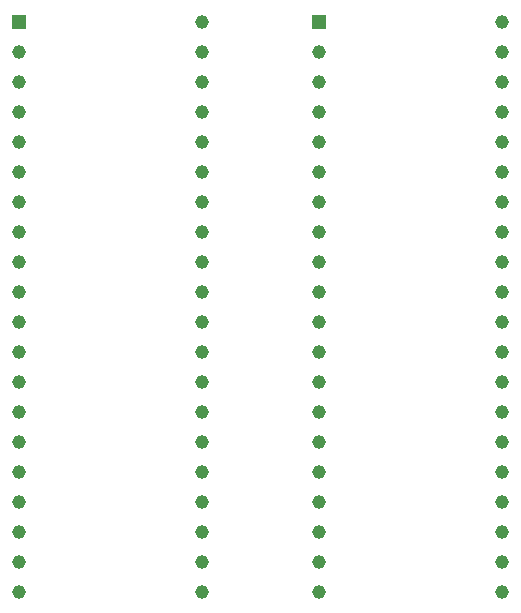
<source format=gbr>
%TF.GenerationSoftware,KiCad,Pcbnew,(6.0.0)*%
%TF.CreationDate,2022-01-03T15:00:37+01:00*%
%TF.ProjectId,plip,706c6970-2e6b-4696-9361-645f70636258,rev?*%
%TF.SameCoordinates,Original*%
%TF.FileFunction,Soldermask,Top*%
%TF.FilePolarity,Negative*%
%FSLAX46Y46*%
G04 Gerber Fmt 4.6, Leading zero omitted, Abs format (unit mm)*
G04 Created by KiCad (PCBNEW (6.0.0)) date 2022-01-03 15:00:37*
%MOMM*%
%LPD*%
G01*
G04 APERTURE LIST*
%ADD10R,1.160000X1.160000*%
%ADD11C,1.160000*%
G04 APERTURE END LIST*
D10*
%TO.C,IC2*%
X187832000Y-44450000D03*
D11*
X187832000Y-46990000D03*
X187832000Y-49530000D03*
X187832000Y-52070000D03*
X187832000Y-54610000D03*
X187832000Y-57150000D03*
X187832000Y-59690000D03*
X187832000Y-62230000D03*
X187832000Y-64770000D03*
X187832000Y-67310000D03*
X187832000Y-69850000D03*
X187832000Y-72390000D03*
X187832000Y-74930000D03*
X187832000Y-77470000D03*
X187832000Y-80010000D03*
X187832000Y-82550000D03*
X187832000Y-85090000D03*
X187832000Y-87630000D03*
X187832000Y-90170000D03*
X187832000Y-92710000D03*
X203328000Y-92710000D03*
X203328000Y-90170000D03*
X203328000Y-87630000D03*
X203328000Y-85090000D03*
X203328000Y-82550000D03*
X203328000Y-80010000D03*
X203328000Y-77470000D03*
X203328000Y-74930000D03*
X203328000Y-72390000D03*
X203328000Y-69850000D03*
X203328000Y-67310000D03*
X203328000Y-64770000D03*
X203328000Y-62230000D03*
X203328000Y-59690000D03*
X203328000Y-57150000D03*
X203328000Y-54610000D03*
X203328000Y-52070000D03*
X203328000Y-49530000D03*
X203328000Y-46990000D03*
X203328000Y-44450000D03*
%TD*%
D10*
%TO.C,IC1*%
X162432000Y-44450000D03*
D11*
X162432000Y-46990000D03*
X162432000Y-49530000D03*
X162432000Y-52070000D03*
X162432000Y-54610000D03*
X162432000Y-57150000D03*
X162432000Y-59690000D03*
X162432000Y-62230000D03*
X162432000Y-64770000D03*
X162432000Y-67310000D03*
X162432000Y-69850000D03*
X162432000Y-72390000D03*
X162432000Y-74930000D03*
X162432000Y-77470000D03*
X162432000Y-80010000D03*
X162432000Y-82550000D03*
X162432000Y-85090000D03*
X162432000Y-87630000D03*
X162432000Y-90170000D03*
X162432000Y-92710000D03*
X177928000Y-92710000D03*
X177928000Y-90170000D03*
X177928000Y-87630000D03*
X177928000Y-85090000D03*
X177928000Y-82550000D03*
X177928000Y-80010000D03*
X177928000Y-77470000D03*
X177928000Y-74930000D03*
X177928000Y-72390000D03*
X177928000Y-69850000D03*
X177928000Y-67310000D03*
X177928000Y-64770000D03*
X177928000Y-62230000D03*
X177928000Y-59690000D03*
X177928000Y-57150000D03*
X177928000Y-54610000D03*
X177928000Y-52070000D03*
X177928000Y-49530000D03*
X177928000Y-46990000D03*
X177928000Y-44450000D03*
%TD*%
M02*

</source>
